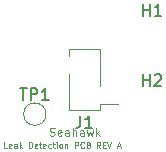
<source format=gbr>
%TF.GenerationSoftware,KiCad,Pcbnew,7.0.10*%
%TF.CreationDate,2024-02-03T21:39:14-08:00*%
%TF.ProjectId,Leak_Detection_PCB,4c65616b-5f44-4657-9465-6374696f6e5f,rev?*%
%TF.SameCoordinates,Original*%
%TF.FileFunction,Legend,Top*%
%TF.FilePolarity,Positive*%
%FSLAX46Y46*%
G04 Gerber Fmt 4.6, Leading zero omitted, Abs format (unit mm)*
G04 Created by KiCad (PCBNEW 7.0.10) date 2024-02-03 21:39:14*
%MOMM*%
%LPD*%
G01*
G04 APERTURE LIST*
%ADD10C,0.080000*%
%ADD11C,0.120000*%
%ADD12C,0.150000*%
G04 APERTURE END LIST*
D10*
X164036573Y-119695649D02*
X163798478Y-119695649D01*
X163798478Y-119695649D02*
X163798478Y-119195649D01*
X164393716Y-119671840D02*
X164346097Y-119695649D01*
X164346097Y-119695649D02*
X164250859Y-119695649D01*
X164250859Y-119695649D02*
X164203240Y-119671840D01*
X164203240Y-119671840D02*
X164179431Y-119624220D01*
X164179431Y-119624220D02*
X164179431Y-119433744D01*
X164179431Y-119433744D02*
X164203240Y-119386125D01*
X164203240Y-119386125D02*
X164250859Y-119362316D01*
X164250859Y-119362316D02*
X164346097Y-119362316D01*
X164346097Y-119362316D02*
X164393716Y-119386125D01*
X164393716Y-119386125D02*
X164417526Y-119433744D01*
X164417526Y-119433744D02*
X164417526Y-119481363D01*
X164417526Y-119481363D02*
X164179431Y-119528982D01*
X164846097Y-119695649D02*
X164846097Y-119433744D01*
X164846097Y-119433744D02*
X164822287Y-119386125D01*
X164822287Y-119386125D02*
X164774668Y-119362316D01*
X164774668Y-119362316D02*
X164679430Y-119362316D01*
X164679430Y-119362316D02*
X164631811Y-119386125D01*
X164846097Y-119671840D02*
X164798478Y-119695649D01*
X164798478Y-119695649D02*
X164679430Y-119695649D01*
X164679430Y-119695649D02*
X164631811Y-119671840D01*
X164631811Y-119671840D02*
X164608002Y-119624220D01*
X164608002Y-119624220D02*
X164608002Y-119576601D01*
X164608002Y-119576601D02*
X164631811Y-119528982D01*
X164631811Y-119528982D02*
X164679430Y-119505173D01*
X164679430Y-119505173D02*
X164798478Y-119505173D01*
X164798478Y-119505173D02*
X164846097Y-119481363D01*
X165084192Y-119695649D02*
X165084192Y-119195649D01*
X165131811Y-119505173D02*
X165274668Y-119695649D01*
X165274668Y-119362316D02*
X165084192Y-119552792D01*
X165869906Y-119695649D02*
X165869906Y-119195649D01*
X165869906Y-119195649D02*
X165988954Y-119195649D01*
X165988954Y-119195649D02*
X166060382Y-119219459D01*
X166060382Y-119219459D02*
X166108001Y-119267078D01*
X166108001Y-119267078D02*
X166131811Y-119314697D01*
X166131811Y-119314697D02*
X166155620Y-119409935D01*
X166155620Y-119409935D02*
X166155620Y-119481363D01*
X166155620Y-119481363D02*
X166131811Y-119576601D01*
X166131811Y-119576601D02*
X166108001Y-119624220D01*
X166108001Y-119624220D02*
X166060382Y-119671840D01*
X166060382Y-119671840D02*
X165988954Y-119695649D01*
X165988954Y-119695649D02*
X165869906Y-119695649D01*
X166560382Y-119671840D02*
X166512763Y-119695649D01*
X166512763Y-119695649D02*
X166417525Y-119695649D01*
X166417525Y-119695649D02*
X166369906Y-119671840D01*
X166369906Y-119671840D02*
X166346097Y-119624220D01*
X166346097Y-119624220D02*
X166346097Y-119433744D01*
X166346097Y-119433744D02*
X166369906Y-119386125D01*
X166369906Y-119386125D02*
X166417525Y-119362316D01*
X166417525Y-119362316D02*
X166512763Y-119362316D01*
X166512763Y-119362316D02*
X166560382Y-119386125D01*
X166560382Y-119386125D02*
X166584192Y-119433744D01*
X166584192Y-119433744D02*
X166584192Y-119481363D01*
X166584192Y-119481363D02*
X166346097Y-119528982D01*
X166727049Y-119362316D02*
X166917525Y-119362316D01*
X166798477Y-119195649D02*
X166798477Y-119624220D01*
X166798477Y-119624220D02*
X166822287Y-119671840D01*
X166822287Y-119671840D02*
X166869906Y-119695649D01*
X166869906Y-119695649D02*
X166917525Y-119695649D01*
X167274667Y-119671840D02*
X167227048Y-119695649D01*
X167227048Y-119695649D02*
X167131810Y-119695649D01*
X167131810Y-119695649D02*
X167084191Y-119671840D01*
X167084191Y-119671840D02*
X167060382Y-119624220D01*
X167060382Y-119624220D02*
X167060382Y-119433744D01*
X167060382Y-119433744D02*
X167084191Y-119386125D01*
X167084191Y-119386125D02*
X167131810Y-119362316D01*
X167131810Y-119362316D02*
X167227048Y-119362316D01*
X167227048Y-119362316D02*
X167274667Y-119386125D01*
X167274667Y-119386125D02*
X167298477Y-119433744D01*
X167298477Y-119433744D02*
X167298477Y-119481363D01*
X167298477Y-119481363D02*
X167060382Y-119528982D01*
X167727048Y-119671840D02*
X167679429Y-119695649D01*
X167679429Y-119695649D02*
X167584191Y-119695649D01*
X167584191Y-119695649D02*
X167536572Y-119671840D01*
X167536572Y-119671840D02*
X167512762Y-119648030D01*
X167512762Y-119648030D02*
X167488953Y-119600411D01*
X167488953Y-119600411D02*
X167488953Y-119457554D01*
X167488953Y-119457554D02*
X167512762Y-119409935D01*
X167512762Y-119409935D02*
X167536572Y-119386125D01*
X167536572Y-119386125D02*
X167584191Y-119362316D01*
X167584191Y-119362316D02*
X167679429Y-119362316D01*
X167679429Y-119362316D02*
X167727048Y-119386125D01*
X167869905Y-119362316D02*
X168060381Y-119362316D01*
X167941333Y-119195649D02*
X167941333Y-119624220D01*
X167941333Y-119624220D02*
X167965143Y-119671840D01*
X167965143Y-119671840D02*
X168012762Y-119695649D01*
X168012762Y-119695649D02*
X168060381Y-119695649D01*
X168227047Y-119695649D02*
X168227047Y-119362316D01*
X168227047Y-119195649D02*
X168203238Y-119219459D01*
X168203238Y-119219459D02*
X168227047Y-119243268D01*
X168227047Y-119243268D02*
X168250857Y-119219459D01*
X168250857Y-119219459D02*
X168227047Y-119195649D01*
X168227047Y-119195649D02*
X168227047Y-119243268D01*
X168536571Y-119695649D02*
X168488952Y-119671840D01*
X168488952Y-119671840D02*
X168465142Y-119648030D01*
X168465142Y-119648030D02*
X168441333Y-119600411D01*
X168441333Y-119600411D02*
X168441333Y-119457554D01*
X168441333Y-119457554D02*
X168465142Y-119409935D01*
X168465142Y-119409935D02*
X168488952Y-119386125D01*
X168488952Y-119386125D02*
X168536571Y-119362316D01*
X168536571Y-119362316D02*
X168607999Y-119362316D01*
X168607999Y-119362316D02*
X168655618Y-119386125D01*
X168655618Y-119386125D02*
X168679428Y-119409935D01*
X168679428Y-119409935D02*
X168703237Y-119457554D01*
X168703237Y-119457554D02*
X168703237Y-119600411D01*
X168703237Y-119600411D02*
X168679428Y-119648030D01*
X168679428Y-119648030D02*
X168655618Y-119671840D01*
X168655618Y-119671840D02*
X168607999Y-119695649D01*
X168607999Y-119695649D02*
X168536571Y-119695649D01*
X168917523Y-119362316D02*
X168917523Y-119695649D01*
X168917523Y-119409935D02*
X168941333Y-119386125D01*
X168941333Y-119386125D02*
X168988952Y-119362316D01*
X168988952Y-119362316D02*
X169060380Y-119362316D01*
X169060380Y-119362316D02*
X169107999Y-119386125D01*
X169107999Y-119386125D02*
X169131809Y-119433744D01*
X169131809Y-119433744D02*
X169131809Y-119695649D01*
X169750856Y-119695649D02*
X169750856Y-119195649D01*
X169750856Y-119195649D02*
X169941332Y-119195649D01*
X169941332Y-119195649D02*
X169988951Y-119219459D01*
X169988951Y-119219459D02*
X170012761Y-119243268D01*
X170012761Y-119243268D02*
X170036570Y-119290887D01*
X170036570Y-119290887D02*
X170036570Y-119362316D01*
X170036570Y-119362316D02*
X170012761Y-119409935D01*
X170012761Y-119409935D02*
X169988951Y-119433744D01*
X169988951Y-119433744D02*
X169941332Y-119457554D01*
X169941332Y-119457554D02*
X169750856Y-119457554D01*
X170536570Y-119648030D02*
X170512761Y-119671840D01*
X170512761Y-119671840D02*
X170441332Y-119695649D01*
X170441332Y-119695649D02*
X170393713Y-119695649D01*
X170393713Y-119695649D02*
X170322285Y-119671840D01*
X170322285Y-119671840D02*
X170274666Y-119624220D01*
X170274666Y-119624220D02*
X170250856Y-119576601D01*
X170250856Y-119576601D02*
X170227047Y-119481363D01*
X170227047Y-119481363D02*
X170227047Y-119409935D01*
X170227047Y-119409935D02*
X170250856Y-119314697D01*
X170250856Y-119314697D02*
X170274666Y-119267078D01*
X170274666Y-119267078D02*
X170322285Y-119219459D01*
X170322285Y-119219459D02*
X170393713Y-119195649D01*
X170393713Y-119195649D02*
X170441332Y-119195649D01*
X170441332Y-119195649D02*
X170512761Y-119219459D01*
X170512761Y-119219459D02*
X170536570Y-119243268D01*
X170917523Y-119433744D02*
X170988951Y-119457554D01*
X170988951Y-119457554D02*
X171012761Y-119481363D01*
X171012761Y-119481363D02*
X171036570Y-119528982D01*
X171036570Y-119528982D02*
X171036570Y-119600411D01*
X171036570Y-119600411D02*
X171012761Y-119648030D01*
X171012761Y-119648030D02*
X170988951Y-119671840D01*
X170988951Y-119671840D02*
X170941332Y-119695649D01*
X170941332Y-119695649D02*
X170750856Y-119695649D01*
X170750856Y-119695649D02*
X170750856Y-119195649D01*
X170750856Y-119195649D02*
X170917523Y-119195649D01*
X170917523Y-119195649D02*
X170965142Y-119219459D01*
X170965142Y-119219459D02*
X170988951Y-119243268D01*
X170988951Y-119243268D02*
X171012761Y-119290887D01*
X171012761Y-119290887D02*
X171012761Y-119338506D01*
X171012761Y-119338506D02*
X170988951Y-119386125D01*
X170988951Y-119386125D02*
X170965142Y-119409935D01*
X170965142Y-119409935D02*
X170917523Y-119433744D01*
X170917523Y-119433744D02*
X170750856Y-119433744D01*
X171917522Y-119695649D02*
X171750856Y-119457554D01*
X171631808Y-119695649D02*
X171631808Y-119195649D01*
X171631808Y-119195649D02*
X171822284Y-119195649D01*
X171822284Y-119195649D02*
X171869903Y-119219459D01*
X171869903Y-119219459D02*
X171893713Y-119243268D01*
X171893713Y-119243268D02*
X171917522Y-119290887D01*
X171917522Y-119290887D02*
X171917522Y-119362316D01*
X171917522Y-119362316D02*
X171893713Y-119409935D01*
X171893713Y-119409935D02*
X171869903Y-119433744D01*
X171869903Y-119433744D02*
X171822284Y-119457554D01*
X171822284Y-119457554D02*
X171631808Y-119457554D01*
X172131808Y-119433744D02*
X172298475Y-119433744D01*
X172369903Y-119695649D02*
X172131808Y-119695649D01*
X172131808Y-119695649D02*
X172131808Y-119195649D01*
X172131808Y-119195649D02*
X172369903Y-119195649D01*
X172512761Y-119195649D02*
X172679427Y-119695649D01*
X172679427Y-119695649D02*
X172846094Y-119195649D01*
X173369903Y-119552792D02*
X173607998Y-119552792D01*
X173322284Y-119695649D02*
X173488950Y-119195649D01*
X173488950Y-119195649D02*
X173655617Y-119695649D01*
D11*
X167649080Y-118645160D02*
X167749080Y-118678493D01*
X167749080Y-118678493D02*
X167915747Y-118678493D01*
X167915747Y-118678493D02*
X167982413Y-118645160D01*
X167982413Y-118645160D02*
X168015747Y-118611826D01*
X168015747Y-118611826D02*
X168049080Y-118545160D01*
X168049080Y-118545160D02*
X168049080Y-118478493D01*
X168049080Y-118478493D02*
X168015747Y-118411826D01*
X168015747Y-118411826D02*
X167982413Y-118378493D01*
X167982413Y-118378493D02*
X167915747Y-118345160D01*
X167915747Y-118345160D02*
X167782413Y-118311826D01*
X167782413Y-118311826D02*
X167715747Y-118278493D01*
X167715747Y-118278493D02*
X167682413Y-118245160D01*
X167682413Y-118245160D02*
X167649080Y-118178493D01*
X167649080Y-118178493D02*
X167649080Y-118111826D01*
X167649080Y-118111826D02*
X167682413Y-118045160D01*
X167682413Y-118045160D02*
X167715747Y-118011826D01*
X167715747Y-118011826D02*
X167782413Y-117978493D01*
X167782413Y-117978493D02*
X167949080Y-117978493D01*
X167949080Y-117978493D02*
X168049080Y-118011826D01*
X168615747Y-118645160D02*
X168549080Y-118678493D01*
X168549080Y-118678493D02*
X168415747Y-118678493D01*
X168415747Y-118678493D02*
X168349080Y-118645160D01*
X168349080Y-118645160D02*
X168315747Y-118578493D01*
X168315747Y-118578493D02*
X168315747Y-118311826D01*
X168315747Y-118311826D02*
X168349080Y-118245160D01*
X168349080Y-118245160D02*
X168415747Y-118211826D01*
X168415747Y-118211826D02*
X168549080Y-118211826D01*
X168549080Y-118211826D02*
X168615747Y-118245160D01*
X168615747Y-118245160D02*
X168649080Y-118311826D01*
X168649080Y-118311826D02*
X168649080Y-118378493D01*
X168649080Y-118378493D02*
X168315747Y-118445160D01*
X169249080Y-118678493D02*
X169249080Y-118311826D01*
X169249080Y-118311826D02*
X169215747Y-118245160D01*
X169215747Y-118245160D02*
X169149080Y-118211826D01*
X169149080Y-118211826D02*
X169015747Y-118211826D01*
X169015747Y-118211826D02*
X168949080Y-118245160D01*
X169249080Y-118645160D02*
X169182414Y-118678493D01*
X169182414Y-118678493D02*
X169015747Y-118678493D01*
X169015747Y-118678493D02*
X168949080Y-118645160D01*
X168949080Y-118645160D02*
X168915747Y-118578493D01*
X168915747Y-118578493D02*
X168915747Y-118511826D01*
X168915747Y-118511826D02*
X168949080Y-118445160D01*
X168949080Y-118445160D02*
X169015747Y-118411826D01*
X169015747Y-118411826D02*
X169182414Y-118411826D01*
X169182414Y-118411826D02*
X169249080Y-118378493D01*
X169582413Y-118678493D02*
X169582413Y-117978493D01*
X169882413Y-118678493D02*
X169882413Y-118311826D01*
X169882413Y-118311826D02*
X169849080Y-118245160D01*
X169849080Y-118245160D02*
X169782413Y-118211826D01*
X169782413Y-118211826D02*
X169682413Y-118211826D01*
X169682413Y-118211826D02*
X169615747Y-118245160D01*
X169615747Y-118245160D02*
X169582413Y-118278493D01*
X170515746Y-118678493D02*
X170515746Y-118311826D01*
X170515746Y-118311826D02*
X170482413Y-118245160D01*
X170482413Y-118245160D02*
X170415746Y-118211826D01*
X170415746Y-118211826D02*
X170282413Y-118211826D01*
X170282413Y-118211826D02*
X170215746Y-118245160D01*
X170515746Y-118645160D02*
X170449080Y-118678493D01*
X170449080Y-118678493D02*
X170282413Y-118678493D01*
X170282413Y-118678493D02*
X170215746Y-118645160D01*
X170215746Y-118645160D02*
X170182413Y-118578493D01*
X170182413Y-118578493D02*
X170182413Y-118511826D01*
X170182413Y-118511826D02*
X170215746Y-118445160D01*
X170215746Y-118445160D02*
X170282413Y-118411826D01*
X170282413Y-118411826D02*
X170449080Y-118411826D01*
X170449080Y-118411826D02*
X170515746Y-118378493D01*
X170782413Y-118211826D02*
X170915746Y-118678493D01*
X170915746Y-118678493D02*
X171049079Y-118345160D01*
X171049079Y-118345160D02*
X171182413Y-118678493D01*
X171182413Y-118678493D02*
X171315746Y-118211826D01*
X171582412Y-118678493D02*
X171582412Y-117978493D01*
X171649079Y-118411826D02*
X171849079Y-118678493D01*
X171849079Y-118211826D02*
X171582412Y-118478493D01*
D12*
X165108095Y-114646819D02*
X165679523Y-114646819D01*
X165393809Y-115646819D02*
X165393809Y-114646819D01*
X166012857Y-115646819D02*
X166012857Y-114646819D01*
X166012857Y-114646819D02*
X166393809Y-114646819D01*
X166393809Y-114646819D02*
X166489047Y-114694438D01*
X166489047Y-114694438D02*
X166536666Y-114742057D01*
X166536666Y-114742057D02*
X166584285Y-114837295D01*
X166584285Y-114837295D02*
X166584285Y-114980152D01*
X166584285Y-114980152D02*
X166536666Y-115075390D01*
X166536666Y-115075390D02*
X166489047Y-115123009D01*
X166489047Y-115123009D02*
X166393809Y-115170628D01*
X166393809Y-115170628D02*
X166012857Y-115170628D01*
X167536666Y-115646819D02*
X166965238Y-115646819D01*
X167250952Y-115646819D02*
X167250952Y-114646819D01*
X167250952Y-114646819D02*
X167155714Y-114789676D01*
X167155714Y-114789676D02*
X167060476Y-114884914D01*
X167060476Y-114884914D02*
X166965238Y-114932533D01*
X175514095Y-108506819D02*
X175514095Y-107506819D01*
X175514095Y-107983009D02*
X176085523Y-107983009D01*
X176085523Y-108506819D02*
X176085523Y-107506819D01*
X177085523Y-108506819D02*
X176514095Y-108506819D01*
X176799809Y-108506819D02*
X176799809Y-107506819D01*
X176799809Y-107506819D02*
X176704571Y-107649676D01*
X176704571Y-107649676D02*
X176609333Y-107744914D01*
X176609333Y-107744914D02*
X176514095Y-107792533D01*
X170227666Y-116973819D02*
X170227666Y-117688104D01*
X170227666Y-117688104D02*
X170180047Y-117830961D01*
X170180047Y-117830961D02*
X170084809Y-117926200D01*
X170084809Y-117926200D02*
X169941952Y-117973819D01*
X169941952Y-117973819D02*
X169846714Y-117973819D01*
X171227666Y-117973819D02*
X170656238Y-117973819D01*
X170941952Y-117973819D02*
X170941952Y-116973819D01*
X170941952Y-116973819D02*
X170846714Y-117116676D01*
X170846714Y-117116676D02*
X170751476Y-117211914D01*
X170751476Y-117211914D02*
X170656238Y-117259533D01*
X175514095Y-114456819D02*
X175514095Y-113456819D01*
X175514095Y-113933009D02*
X176085523Y-113933009D01*
X176085523Y-114456819D02*
X176085523Y-113456819D01*
X176514095Y-113552057D02*
X176561714Y-113504438D01*
X176561714Y-113504438D02*
X176656952Y-113456819D01*
X176656952Y-113456819D02*
X176895047Y-113456819D01*
X176895047Y-113456819D02*
X176990285Y-113504438D01*
X176990285Y-113504438D02*
X177037904Y-113552057D01*
X177037904Y-113552057D02*
X177085523Y-113647295D01*
X177085523Y-113647295D02*
X177085523Y-113742533D01*
X177085523Y-113742533D02*
X177037904Y-113885390D01*
X177037904Y-113885390D02*
X176466476Y-114456819D01*
X176466476Y-114456819D02*
X177085523Y-114456819D01*
D11*
%TO.C,TP1*%
X167320000Y-116840000D02*
G75*
G03*
X165420000Y-116840000I-950000J0D01*
G01*
X165420000Y-116840000D02*
G75*
G03*
X167320000Y-116840000I950000J0D01*
G01*
%TO.C,J1*%
X171891000Y-116519000D02*
X171891000Y-115949000D01*
X171891000Y-116519000D02*
X169231000Y-116519000D01*
X171891000Y-115949000D02*
X173411000Y-115949000D01*
X171891000Y-114429000D02*
X171891000Y-111319000D01*
X171891000Y-111319000D02*
X169231000Y-111319000D01*
X169231000Y-116519000D02*
X169231000Y-113409000D01*
X169231000Y-111889000D02*
X169231000Y-111319000D01*
%TD*%
M02*

</source>
